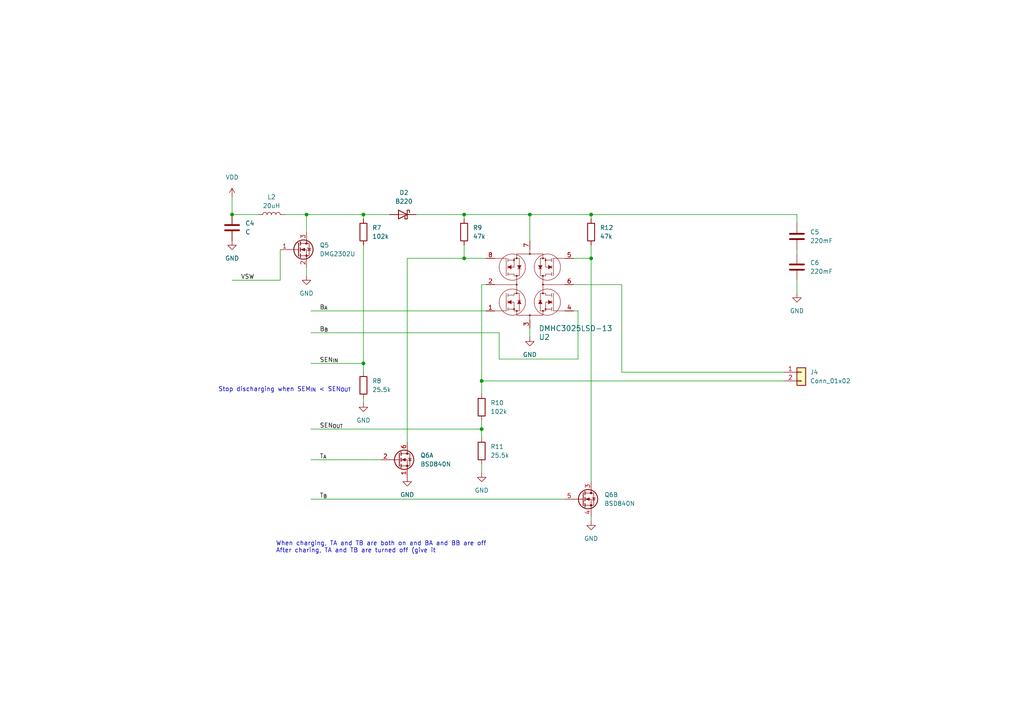
<source format=kicad_sch>
(kicad_sch (version 20250114) (generator "eeschema") (generator_version "9.0")
  (paper "A4")
  (lib_symbols
    (symbol "Connector_Generic:Conn_01x02" (pin_names (offset 1.016) (hide yes))
      (property "Reference" "J" (at 0 2.54 0))
      (property "Value" "Conn_01x02" (at 0 -5.08 0))
      (symbol "Conn_01x02_1_1"
        (rectangle (start -1.27 1.27) (end 1.27 -3.81) (stroke (width 0.254)) (fill (type background)))
        (rectangle (start -1.27 0.127) (end 0 -0.127) (stroke (width 0.1524)))
        (rectangle (start -1.27 -2.413) (end 0 -2.667) (stroke (width 0.1524)))
        (pin passive line (at -5.08 0 0) (length 3.81) (name "Pin_1") (number "1"))
        (pin passive line (at -5.08 -2.54 0) (length 3.81) (name "Pin_2") (number "2"))
      )
    )
    (symbol "Device:C" (pin_numbers (hide yes)) (pin_names (offset 0.254))
      (property "Reference" "C" (at 0.635 2.54 0))
      (property "Value" "C" (at 0.635 -2.54 0))
      (symbol "C_0_1"
        (polyline (pts (xy -2.032 0.762) (xy 2.032 0.762)) (stroke (width 0.508)))
        (polyline (pts (xy -2.032 -0.762) (xy 2.032 -0.762)) (stroke (width 0.508)))
      )
      (symbol "C_1_1"
        (pin passive line (at 0 3.81 270) (length 2.794) (name "~") (number "1"))
        (pin passive line (at 0 -3.81 90) (length 2.794) (name "~") (number "2"))
      )
    )
    (symbol "Device:L" (pin_numbers (hide yes)) (pin_names (offset 1.016) (hide yes))
      (property "Reference" "L" (at -1.27 0 90))
      (property "Value" "L" (at 1.905 0 90))
      (symbol "L_0_1"
        (arc (start 0 2.54) (mid 0.6323 1.905) (end 0 1.27))
        (arc (start 0 1.27) (mid 0.6323 0.635) (end 0 0))
        (arc (start 0 0) (mid 0.6323 -0.635) (end 0 -1.27))
        (arc (start 0 -1.27) (mid 0.6323 -1.905) (end 0 -2.54))
      )
      (symbol "L_1_1"
        (pin passive line (at 0 3.81 270) (length 1.27) (name "1") (number "1"))
        (pin passive line (at 0 -3.81 90) (length 1.27) (name "2") (number "2"))
      )
    )
    (symbol "Device:R" (pin_numbers (hide yes)) (pin_names (offset 0))
      (property "Reference" "R" (at 2.032 0 90))
      (property "Value" "R" (at 0 0 90))
      (symbol "R_0_1"
        (rectangle (start -1.016 -2.54) (end 1.016 2.54) (stroke (width 0.254)))
      )
      (symbol "R_1_1"
        (pin passive line (at 0 3.81 270) (length 1.27) (name "~") (number "1"))
        (pin passive line (at 0 -3.81 90) (length 1.27) (name "~") (number "2"))
      )
    )
    (symbol "Diode:B220" (pin_numbers (hide yes)) (pin_names (offset 1.016) (hide yes))
      (property "Reference" "D" (at 0 2.54 0))
      (property "Value" "B220" (at 0 -2.54 0))
      (symbol "B220_0_1"
        (polyline (pts (xy -1.905 0.635) (xy -1.905 1.27) (xy -1.27 1.27) (xy -1.27 -1.27) (xy -0.635 -1.27) (xy -0.635 -0.635)) (stroke (width 0.254)))
        (polyline (pts (xy 1.27 1.27) (xy 1.27 -1.27) (xy -1.27 0) (xy 1.27 1.27)) (stroke (width 0.254)))
        (polyline (pts (xy 1.27 0) (xy -1.27 0)))
      )
      (symbol "B220_1_1"
        (pin passive line (at -3.81 0 0) (length 2.54) (name "K") (number "1"))
        (pin passive line (at 3.81 0 180) (length 2.54) (name "A") (number "2"))
      )
    )
    (symbol "Transistor_FET:BSD840N" (pin_names (hide yes))
      (property "Reference" "Q" (at 5.08 1.905 0))
      (property "Value" "BSD840N" (at 5.08 0 0))
      (symbol "BSD840N_0_1"
        (polyline (pts (xy 0.254 1.905) (xy 0.254 -1.905)) (stroke (width 0.254)))
        (polyline (pts (xy 0.254 0) (xy -2.54 0)))
        (polyline (pts (xy 0.762 2.286) (xy 0.762 1.27)) (stroke (width 0.254)))
        (polyline (pts (xy 0.762 0.508) (xy 0.762 -0.508)) (stroke (width 0.254)))
        (polyline (pts (xy 0.762 -1.27) (xy 0.762 -2.286)) (stroke (width 0.254)))
        (polyline (pts (xy 0.762 -1.778) (xy 3.302 -1.778) (xy 3.302 1.778) (xy 0.762 1.778)))
        (polyline (pts (xy 1.016 0) (xy 2.032 0.381) (xy 2.032 -0.381) (xy 1.016 0)) (fill (type outline)))
        (circle (center 1.651 0) (radius 2.794) (stroke (width 0.254)))
        (polyline (pts (xy 2.54 2.54) (xy 2.54 1.778)))
        (circle (center 2.54 1.778) (radius 0.254) (fill (type outline)))
        (circle (center 2.54 -1.778) (radius 0.254) (fill (type outline)))
        (polyline (pts (xy 2.54 -2.54) (xy 2.54 0) (xy 0.762 0)))
        (polyline (pts (xy 2.794 0.508) (xy 2.921 0.381) (xy 3.683 0.381) (xy 3.81 0.254)))
        (polyline (pts (xy 3.302 0.381) (xy 2.921 -0.254) (xy 3.683 -0.254) (xy 3.302 0.381)))
      )
      (symbol "BSD840N_1_1"
        (pin passive line (at -5.08 0 0) (length 2.54) (name "G") (number "2"))
        (pin passive line (at 2.54 5.08 270) (length 2.54) (name "D") (number "6"))
        (pin passive line (at 2.54 -5.08 90) (length 2.54) (name "S") (number "1"))
      )
      (symbol "BSD840N_2_1"
        (pin passive line (at -5.08 0 0) (length 2.54) (name "G") (number "5"))
        (pin passive line (at 2.54 5.08 270) (length 2.54) (name "D") (number "3"))
        (pin passive line (at 2.54 -5.08 90) (length 2.54) (name "S") (number "4"))
      )
    )
    (symbol "Transistor_FET:DMG2302U" (pin_names (hide yes))
      (property "Reference" "Q" (at 5.08 1.905 0))
      (property "Value" "DMG2302U" (at 5.08 0 0))
      (symbol "DMG2302U_0_1"
        (polyline (pts (xy 0.254 1.905) (xy 0.254 -1.905)) (stroke (width 0.254)))
        (polyline (pts (xy 0.254 0) (xy -2.54 0)))
        (polyline (pts (xy 0.762 2.286) (xy 0.762 1.27)) (stroke (width 0.254)))
        (polyline (pts (xy 0.762 0.508) (xy 0.762 -0.508)) (stroke (width 0.254)))
        (polyline (pts (xy 0.762 -1.27) (xy 0.762 -2.286)) (stroke (width 0.254)))
        (polyline (pts (xy 0.762 -1.778) (xy 3.302 -1.778) (xy 3.302 1.778) (xy 0.762 1.778)))
        (polyline (pts (xy 1.016 0) (xy 2.032 0.381) (xy 2.032 -0.381) (xy 1.016 0)) (fill (type outline)))
        (circle (center 1.651 0) (radius 2.794) (stroke (width 0.254)))
        (polyline (pts (xy 2.54 2.54) (xy 2.54 1.778)))
        (circle (center 2.54 1.778) (radius 0.254) (fill (type outline)))
        (circle (center 2.54 -1.778) (radius 0.254) (fill (type outline)))
        (polyline (pts (xy 2.54 -2.54) (xy 2.54 0) (xy 0.762 0)))
        (polyline (pts (xy 2.794 0.508) (xy 2.921 0.381) (xy 3.683 0.381) (xy 3.81 0.254)))
        (polyline (pts (xy 3.302 0.381) (xy 2.921 -0.254) (xy 3.683 -0.254) (xy 3.302 0.381)))
      )
      (symbol "DMG2302U_1_1"
        (pin input line (at -5.08 0 0) (length 2.54) (name "G") (number "1"))
        (pin passive line (at 2.54 5.08 270) (length 2.54) (name "D") (number "3"))
        (pin passive line (at 2.54 -5.08 90) (length 2.54) (name "S") (number "2"))
      )
    )
    (symbol "XTR:DMHC3025LSD-13" (pin_names (offset 0.254) (hide yes))
      (property "Reference" "Q" (at 12.7 10.16 0))
      (property "Value" "DMHC3025LSD-13" (at 28.702 4.064 0))
      (symbol "DMHC3025LSD-13_0_1"
        (polyline (pts (xy 2.54 -7.62) (xy 8.89 -7.62)) (stroke (width 0.127)))
        (polyline (pts (xy 2.54 -15.24) (xy 5.842 -15.24)) (stroke (width 0.127)))
        (polyline (pts (xy 5.842 0) (xy 2.54 0)) (stroke (width 0.127)))
        (polyline (pts (xy 5.842 0) (xy 5.842 -5.08)) (stroke (width 0.127)))
        (polyline (pts (xy 5.842 -15.24) (xy 5.842 -10.16)) (stroke (width 0.127)))
        (polyline (pts (xy 6.35 0) (xy 6.35 -1.016)) (stroke (width 0.127)))
        (polyline (pts (xy 6.35 -0.508) (xy 8.128 -0.508)) (stroke (width 0.127)))
        (polyline (pts (xy 6.35 -2.032) (xy 6.35 -3.048)) (stroke (width 0.127)))
        (polyline (pts (xy 6.35 -4.064) (xy 6.35 -5.08)) (stroke (width 0.127)))
        (polyline (pts (xy 6.35 -4.572) (xy 8.128 -4.572)) (stroke (width 0.127)))
        (polyline (pts (xy 6.35 -10.668) (xy 8.128 -10.668)) (stroke (width 0.127)))
        (polyline (pts (xy 6.35 -11.176) (xy 6.35 -10.16)) (stroke (width 0.127)))
        (polyline (pts (xy 6.35 -13.208) (xy 6.35 -12.192)) (stroke (width 0.127)))
        (polyline (pts (xy 6.35 -14.732) (xy 8.128 -14.732)) (stroke (width 0.127)))
        (polyline (pts (xy 6.35 -15.24) (xy 6.35 -14.224)) (stroke (width 0.127)))
        (polyline (pts (xy 7.366 -2.54) (xy 8.128 -2.54)) (stroke (width 0.127)))
        (polyline (pts (xy 7.366 -3.048) (xy 6.35 -2.54) (xy 7.366 -2.032)) (fill (type outline)))
        (polyline (pts (xy 7.366 -12.192) (xy 6.35 -12.7) (xy 7.366 -13.208)) (fill (type outline)))
        (polyline (pts (xy 7.366 -12.7) (xy 8.128 -12.7)) (stroke (width 0.127)))
        (circle (center 7.62 -2.54) (radius 3.81) (stroke (width 0.127)))
        (circle (center 7.62 -12.7) (radius 3.81) (stroke (width 0.127)))
        (polyline (pts (xy 8.128 0) (xy 8.128 -2.54)) (stroke (width 0.127)))
        (polyline (pts (xy 8.128 0) (xy 9.652 0)) (stroke (width 0.127)))
        (circle (center 8.128 -0.508) (radius 0.127) (stroke (width 0.254)))
        (polyline (pts (xy 8.128 -4.572) (xy 8.128 -5.08)) (stroke (width 0.127)))
        (polyline (pts (xy 8.128 -5.08) (xy 9.652 -5.08)) (stroke (width 0.127)))
        (polyline (pts (xy 8.128 -10.16) (xy 9.652 -10.16)) (stroke (width 0.127)))
        (polyline (pts (xy 8.128 -10.668) (xy 8.128 -10.16)) (stroke (width 0.127)))
        (circle (center 8.128 -14.732) (radius 0.127) (stroke (width 0.254)))
        (polyline (pts (xy 8.128 -15.24) (xy 8.128 -12.7)) (stroke (width 0.127)))
        (polyline (pts (xy 8.128 -15.24) (xy 9.652 -15.24)) (stroke (width 0.127)))
        (polyline (pts (xy 8.89 1.27) (xy 16.51 1.27)) (stroke (width 0.127)))
        (polyline (pts (xy 8.89 0) (xy 8.89 1.27)) (stroke (width 0.127)))
        (circle (center 8.89 0) (radius 0.127) (stroke (width 0.254)))
        (polyline (pts (xy 8.89 -5.08) (xy 8.89 -10.16)) (stroke (width 0.127)))
        (circle (center 8.89 -5.08) (radius 0.127) (stroke (width 0.254)))
        (circle (center 8.89 -7.62) (radius 0.127) (stroke (width 0.254)))
        (circle (center 8.89 -10.16) (radius 0.127) (stroke (width 0.254)))
        (polyline (pts (xy 8.89 -15.24) (xy 8.89 -16.51)) (stroke (width 0.127)))
        (circle (center 8.89 -15.24) (radius 0.127) (stroke (width 0.254)))
        (polyline (pts (xy 8.89 -16.51) (xy 16.51 -16.51)) (stroke (width 0.127)))
        (polyline (pts (xy 9.652 0) (xy 9.652 -2.032)) (stroke (width 0.127)))
        (polyline (pts (xy 9.652 -3.048) (xy 9.652 -5.08)) (stroke (width 0.127)))
        (polyline (pts (xy 9.652 -12.192) (xy 9.652 -10.16)) (stroke (width 0.127)))
        (polyline (pts (xy 9.652 -15.24) (xy 9.652 -13.208)) (stroke (width 0.127)))
        (polyline (pts (xy 10.16 -2.032) (xy 9.652 -3.048) (xy 9.144 -2.032)) (fill (type outline)))
        (polyline (pts (xy 10.16 -3.048) (xy 9.144 -3.048)) (stroke (width 0.127)))
        (polyline (pts (xy 10.16 -12.192) (xy 9.144 -12.192)) (stroke (width 0.127)))
        (polyline (pts (xy 10.16 -13.208) (xy 9.652 -12.192) (xy 9.144 -13.208)) (fill (type outline)))
        (polyline (pts (xy 12.7 1.27) (xy 12.7 2.54)) (stroke (width 0.127)))
        (circle (center 12.7 1.27) (radius 0.127) (stroke (width 0.254)))
        (circle (center 12.7 -16.51) (radius 0.127) (stroke (width 0.254)))
        (polyline (pts (xy 12.7 -17.78) (xy 12.7 -16.51)) (stroke (width 0.127)))
        (polyline (pts (xy 15.24 -2.032) (xy 15.748 -3.048) (xy 16.256 -2.032)) (fill (type outline)))
        (polyline (pts (xy 15.24 -3.048) (xy 16.256 -3.048)) (stroke (width 0.127)))
        (polyline (pts (xy 15.24 -12.192) (xy 16.256 -12.192)) (stroke (width 0.127)))
        (polyline (pts (xy 15.24 -13.208) (xy 15.748 -12.192) (xy 16.256 -13.208)) (fill (type outline)))
        (polyline (pts (xy 15.748 0) (xy 15.748 -2.032)) (stroke (width 0.127)))
        (polyline (pts (xy 15.748 -3.048) (xy 15.748 -5.08)) (stroke (width 0.127)))
        (polyline (pts (xy 15.748 -12.192) (xy 15.748 -10.16)) (stroke (width 0.127)))
        (polyline (pts (xy 15.748 -15.24) (xy 15.748 -13.208)) (stroke (width 0.127)))
        (polyline (pts (xy 16.51 1.27) (xy 16.51 0)) (stroke (width 0.127)))
        (circle (center 16.51 0) (radius 0.127) (stroke (width 0.254)))
        (polyline (pts (xy 16.51 -5.08) (xy 16.51 -10.16)) (stroke (width 0.127)))
        (circle (center 16.51 -5.08) (radius 0.127) (stroke (width 0.254)))
        (circle (center 16.51 -7.62) (radius 0.127) (stroke (width 0.254)))
        (circle (center 16.51 -10.16) (radius 0.127) (stroke (width 0.254)))
        (circle (center 16.51 -15.24) (radius 0.127) (stroke (width 0.254)))
        (polyline (pts (xy 16.51 -16.51) (xy 16.51 -15.24)) (stroke (width 0.127)))
        (polyline (pts (xy 17.272 0) (xy 15.748 0)) (stroke (width 0.127)))
        (polyline (pts (xy 17.272 0) (xy 17.272 -2.54)) (stroke (width 0.127)))
        (circle (center 17.272 -0.508) (radius 0.127) (stroke (width 0.254)))
        (polyline (pts (xy 17.272 -4.572) (xy 17.272 -5.08)) (stroke (width 0.127)))
        (polyline (pts (xy 17.272 -5.08) (xy 15.748 -5.08)) (stroke (width 0.127)))
        (polyline (pts (xy 17.272 -10.16) (xy 15.748 -10.16)) (stroke (width 0.127)))
        (polyline (pts (xy 17.272 -10.668) (xy 17.272 -10.16)) (stroke (width 0.127)))
        (circle (center 17.272 -14.732) (radius 0.127) (stroke (width 0.254)))
        (polyline (pts (xy 17.272 -15.24) (xy 15.748 -15.24)) (stroke (width 0.127)))
        (polyline (pts (xy 17.272 -15.24) (xy 17.272 -12.7)) (stroke (width 0.127)))
        (circle (center 17.78 -2.54) (radius 3.81) (stroke (width 0.127)))
        (circle (center 17.78 -12.7) (radius 3.81) (stroke (width 0.127)))
        (polyline (pts (xy 18.034 -2.54) (xy 17.272 -2.54)) (stroke (width 0.127)))
        (polyline (pts (xy 18.034 -3.048) (xy 19.05 -2.54) (xy 18.034 -2.032)) (fill (type outline)))
        (polyline (pts (xy 18.034 -12.192) (xy 19.05 -12.7) (xy 18.034 -13.208)) (fill (type outline)))
        (polyline (pts (xy 18.034 -12.7) (xy 17.272 -12.7)) (stroke (width 0.127)))
        (polyline (pts (xy 19.05 0) (xy 19.05 -1.016)) (stroke (width 0.127)))
        (polyline (pts (xy 19.05 -0.508) (xy 17.272 -0.508)) (stroke (width 0.127)))
        (polyline (pts (xy 19.05 -2.032) (xy 19.05 -3.048)) (stroke (width 0.127)))
        (polyline (pts (xy 19.05 -4.064) (xy 19.05 -5.08)) (stroke (width 0.127)))
        (polyline (pts (xy 19.05 -4.572) (xy 17.272 -4.572)) (stroke (width 0.127)))
        (polyline (pts (xy 19.05 -10.668) (xy 17.272 -10.668)) (stroke (width 0.127)))
        (polyline (pts (xy 19.05 -11.176) (xy 19.05 -10.16)) (stroke (width 0.127)))
        (polyline (pts (xy 19.05 -13.208) (xy 19.05 -12.192)) (stroke (width 0.127)))
        (polyline (pts (xy 19.05 -14.732) (xy 17.272 -14.732)) (stroke (width 0.127)))
        (polyline (pts (xy 19.05 -15.24) (xy 19.05 -14.224)) (stroke (width 0.127)))
        (polyline (pts (xy 19.558 0) (xy 19.558 -5.08)) (stroke (width 0.127)))
        (polyline (pts (xy 19.558 0) (xy 22.86 0)) (stroke (width 0.127)))
        (polyline (pts (xy 19.558 -15.24) (xy 19.558 -10.16)) (stroke (width 0.127)))
        (polyline (pts (xy 22.86 -7.62) (xy 16.51 -7.62)) (stroke (width 0.127)))
        (polyline (pts (xy 22.86 -15.24) (xy 19.558 -15.24)) (stroke (width 0.127)))
      )
      (symbol "DMHC3025LSD-13_1_1"
        (pin input line (at 0 0 0) (length 2.54) (name "8") (number "8"))
        (pin passive line (at 0 -7.62 0) (length 2.54) (name "2") (number "2"))
        (pin input line (at 0 -15.24 0) (length 2.54) (name "1") (number "1"))
        (pin passive line (at 12.7 5.08 270) (length 2.54) (name "7") (number "7"))
        (pin passive line (at 12.7 -20.32 90) (length 2.54) (name "3") (number "3"))
        (pin input line (at 25.4 0 180) (length 2.54) (name "5") (number "5"))
        (pin passive line (at 25.4 -7.62 180) (length 2.54) (name "6") (number "6"))
        (pin input line (at 25.4 -15.24 180) (length 2.54) (name "4") (number "4"))
      )
    )
    (symbol "power:GND" (power) (pin_names (offset 0))
      (property "Value" "GND" (at 0 -3.81 0))
      (symbol "GND_0_1"
        (polyline (pts (xy 0 0) (xy 0 -1.27) (xy 1.27 -1.27) (xy 0 -2.54) (xy -1.27 -1.27) (xy 0 -1.27)))
      )
      (symbol "GND_1_1"
        (pin power_in line (at 0 0 270) (length 0) (hide yes) (name "GND") (number "1"))
      )
    )
    (symbol "power:VDD" (power) (pin_names (offset 0))
      (property "Value" "VDD" (at 0 3.81 0))
      (symbol "VDD_0_1"
        (polyline (pts (xy -0.762 1.27) (xy 0 2.54)))
        (polyline (pts (xy 0 2.54) (xy 0.762 1.27)))
        (polyline (pts (xy 0 0) (xy 0 2.54)))
      )
      (symbol "VDD_1_1"
        (pin power_in line (at 0 0 90) (length 0) (hide yes) (name "VDD") (number "1"))
      )
    )
  )
  (text "When charging, TA and TB are both on and BA and BB are off\nAfter charing, TA and TB are turned off (give it " (at 80.01 158.75 0) (effects (font (size 1.27 1.27)) (justify left)))
  (text "Stop discharging when SEM_{IN} < SEN_{OUT}" (at 82.55 113.03 0) (effects (font (size 1.27 1.27))))
  (junction (at 171.45 62.23))
  (junction (at 134.62 74.93))
  (junction (at 153.67 62.23))
  (junction (at 139.7 124.46))
  (junction (at 105.41 105.41))
  (junction (at 139.7 110.49))
  (junction (at 88.9 62.23))
  (junction (at 171.45 74.93))
  (junction (at 134.62 62.23))
  (junction (at 105.41 62.23))
  (junction (at 67.31 62.23))
  (wire (pts (xy 139.7 82.55) (xy 139.7 110.49)))
  (wire (pts (xy 134.62 62.23) (xy 134.62 63.5)))
  (wire (pts (xy 153.67 62.23) (xy 171.45 62.23)))
  (wire (pts (xy 144.78 104.14) (xy 144.78 96.52)))
  (wire (pts (xy 90.17 96.52) (xy 144.78 96.52)))
  (wire (pts (xy 120.65 62.23) (xy 134.62 62.23)))
  (wire (pts (xy 180.34 107.95) (xy 180.34 82.55)))
  (wire (pts (xy 105.41 62.23) (xy 105.41 63.5)))
  (wire (pts (xy 166.37 90.17) (xy 167.64 90.17)))
  (wire (pts (xy 153.67 95.25) (xy 153.67 97.79)))
  (wire (pts (xy 171.45 62.23) (xy 231.14 62.23)))
  (wire (pts (xy 171.45 74.93) (xy 171.45 139.7)))
  (wire (pts (xy 105.41 115.57) (xy 105.41 116.84)))
  (wire (pts (xy 67.31 62.23) (xy 74.93 62.23)))
  (wire (pts (xy 105.41 105.41) (xy 105.41 107.95)))
  (wire (pts (xy 81.28 72.39) (xy 81.28 81.28)))
  (wire (pts (xy 171.45 71.12) (xy 171.45 74.93)))
  (wire (pts (xy 90.17 105.41) (xy 105.41 105.41)))
  (wire (pts (xy 105.41 71.12) (xy 105.41 105.41)))
  (wire (pts (xy 88.9 62.23) (xy 88.9 67.31)))
  (wire (pts (xy 90.17 90.17) (xy 140.97 90.17)))
  (wire (pts (xy 88.9 62.23) (xy 105.41 62.23)))
  (wire (pts (xy 118.11 74.93) (xy 134.62 74.93)))
  (wire (pts (xy 90.17 124.46) (xy 139.7 124.46)))
  (wire (pts (xy 180.34 107.95) (xy 227.33 107.95)))
  (wire (pts (xy 82.55 62.23) (xy 88.9 62.23)))
  (wire (pts (xy 139.7 124.46) (xy 139.7 127)))
  (wire (pts (xy 139.7 110.49) (xy 227.33 110.49)))
  (wire (pts (xy 171.45 62.23) (xy 171.45 63.5)))
  (wire (pts (xy 231.14 81.28) (xy 231.14 85.09)))
  (wire (pts (xy 134.62 62.23) (xy 153.67 62.23)))
  (wire (pts (xy 118.11 74.93) (xy 118.11 128.27)))
  (wire (pts (xy 105.41 62.23) (xy 113.03 62.23)))
  (wire (pts (xy 153.67 62.23) (xy 153.67 69.85)))
  (wire (pts (xy 139.7 134.62) (xy 139.7 137.16)))
  (wire (pts (xy 67.31 81.28) (xy 81.28 81.28)))
  (wire (pts (xy 67.31 57.15) (xy 67.31 62.23)))
  (wire (pts (xy 90.17 144.78) (xy 163.83 144.78)))
  (wire (pts (xy 90.17 133.35) (xy 110.49 133.35)))
  (wire (pts (xy 134.62 71.12) (xy 134.62 74.93)))
  (wire (pts (xy 231.14 72.39) (xy 231.14 73.66)))
  (wire (pts (xy 134.62 74.93) (xy 140.97 74.93)))
  (wire (pts (xy 140.97 82.55) (xy 139.7 82.55)))
  (wire (pts (xy 171.45 149.86) (xy 171.45 151.13)))
  (wire (pts (xy 180.34 82.55) (xy 166.37 82.55)))
  (wire (pts (xy 231.14 62.23) (xy 231.14 64.77)))
  (wire (pts (xy 167.64 104.14) (xy 144.78 104.14)))
  (wire (pts (xy 139.7 121.92) (xy 139.7 124.46)))
  (wire (pts (xy 139.7 110.49) (xy 139.7 114.3)))
  (wire (pts (xy 166.37 74.93) (xy 171.45 74.93)))
  (wire (pts (xy 167.64 90.17) (xy 167.64 104.14)))
  (wire (pts (xy 88.9 77.47) (xy 88.9 80.01)))
  (label "SEN_{OUT}" (at 92.71 124.46 0))
  (label "SEN_{IN}" (at 92.71 105.41 0))
  (label "B_{A}" (at 92.71 90.17 0))
  (label "VSW" (at 69.85 81.28 0))
  (label "B_{B}" (at 92.71 96.52 0))
  (label "T_{B}" (at 92.71 144.78 0))
  (label "T_{A}" (at 92.71 133.35 0))
  (symbol (lib_id "Device:L") (at 78.74 62.23 90) (unit 1)
    (property "Reference" "L2" (at 78.74 57.15 90))
    (property "Value" "20uH" (at 78.74 59.69 90))
    (property "Description" "Inductor" (effects (hide yes)))
  )
  (symbol (lib_id "power:GND") (at 88.9 80.01 0) (unit 1)
    (property "Reference" "#PWR04" (effects (hide yes)))
    (property "Value" "GND" (at 88.9 85.09 0))
    (property "Description" "Power symbol creates a global label with name \"GND\" , ground" (effects (hide yes)))
  )
  (symbol (lib_id "Device:R") (at 171.45 67.31 0) (unit 1)
    (property "Reference" "R12" (at 173.99 66.0399 0) (effects (justify left)))
    (property "Value" "47k" (at 173.99 68.5799 0) (effects (justify left)))
    (property "Description" "Resistor" (effects (hide yes)))
  )
  (symbol (lib_id "Device:R") (at 105.41 111.76 0) (unit 1)
    (property "Reference" "R8" (at 107.95 110.4899 0) (effects (justify left)))
    (property "Value" "25.5k" (at 107.95 113.0299 0) (effects (justify left)))
    (property "Description" "Resistor" (effects (hide yes)))
  )
  (symbol (lib_id "power:GND") (at 153.67 97.79 0) (unit 1)
    (property "Reference" "#PWR015" (effects (hide yes)))
    (property "Value" "GND" (at 153.67 102.87 0))
    (property "Description" "Power symbol creates a global label with name \"GND\" , ground" (effects (hide yes)))
  )
  (symbol (lib_id "Device:R") (at 139.7 118.11 0) (unit 1)
    (property "Reference" "R10" (at 142.24 116.8399 0) (effects (justify left)))
    (property "Value" "102k" (at 142.24 119.3799 0) (effects (justify left)))
    (property "Description" "Resistor" (effects (hide yes)))
  )
  (symbol (lib_id "power:VDD") (at 67.31 57.15 0) (unit 1)
    (property "Reference" "#PWR0113" (effects (hide yes)))
    (property "Value" "VDD" (at 67.31 51.435 0))
  )
  (symbol (lib_id "Device:C") (at 231.14 68.58 0) (unit 1)
    (property "Reference" "C5" (at 234.95 67.3099 0) (effects (justify left)))
    (property "Value" "220mF" (at 234.95 69.8499 0) (effects (justify left)))
    (property "Description" "Unpolarized capacitor" (effects (hide yes)))
  )
  (symbol (lib_id "power:GND") (at 105.41 116.84 0) (unit 1)
    (property "Reference" "#PWR012" (effects (hide yes)))
    (property "Value" "GND" (at 105.41 121.92 0))
    (property "Description" "Power symbol creates a global label with name \"GND\" , ground" (effects (hide yes)))
  )
  (symbol (lib_id "Device:C") (at 231.14 77.47 0) (unit 1)
    (property "Reference" "C6" (at 234.95 76.1999 0) (effects (justify left)))
    (property "Value" "220mF" (at 234.95 78.7399 0) (effects (justify left)))
    (property "Description" "Unpolarized capacitor" (effects (hide yes)))
  )
  (symbol (lib_id "Transistor_FET:BSD840N") (at 115.57 133.35 0) (unit 1)
    (property "Reference" "Q6" (at 121.92 132.0799 0) (effects (justify left)))
    (property "Value" "BSD840N" (at 121.92 134.6199 0) (effects (justify left)))
    (property "Footprint" "Package_TO_SOT_SMD:SOT-363_SC-70-6" (effects (hide yes)))
    (property "Datasheet" "https://www.infineon.com/dgdl/BSD840N_Rev2%204.pdf?fileId=db3a30431b0626df011b12b4486c7c02" (effects (hide yes)))
    (property "Description" "0.88A Id, 20V Vds, Dual N-Channel MOSFET, 560mOhm Ron at 1.8V Vgs (ultra logic level), SOT-363" (effects (hide yes)))
  )
  (symbol (lib_id "Device:R") (at 139.7 130.81 0) (unit 1)
    (property "Reference" "R11" (at 142.24 129.5399 0) (effects (justify left)))
    (property "Value" "25.5k" (at 142.24 132.0799 0) (effects (justify left)))
    (property "Description" "Resistor" (effects (hide yes)))
  )
  (symbol (lib_id "power:GND") (at 67.31 69.85 0) (unit 1)
    (property "Reference" "#PWR011" (effects (hide yes)))
    (property "Value" "GND" (at 67.31 74.93 0))
    (property "Description" "Power symbol creates a global label with name \"GND\" , ground" (effects (hide yes)))
  )
  (symbol (lib_id "Device:C") (at 67.31 66.04 0) (unit 1)
    (property "Reference" "C4" (at 71.12 64.7699 0) (effects (justify left)))
    (property "Value" "C" (at 71.12 67.3099 0) (effects (justify left)))
    (property "Description" "Unpolarized capacitor" (effects (hide yes)))
  )
  (symbol (lib_id "Device:R") (at 134.62 67.31 0) (unit 1)
    (property "Reference" "R9" (at 137.16 66.0399 0) (effects (justify left)))
    (property "Value" "47k" (at 137.16 68.5799 0) (effects (justify left)))
    (property "Description" "Resistor" (effects (hide yes)))
  )
  (symbol (lib_id "power:GND") (at 231.14 85.09 0) (unit 1)
    (property "Reference" "#PWR017" (effects (hide yes)))
    (property "Value" "GND" (at 231.14 90.17 0))
    (property "Description" "Power symbol creates a global label with name \"GND\" , ground" (effects (hide yes)))
  )
  (symbol (lib_id "Diode:B220") (at 116.84 62.23 0) (mirror y) (unit 1)
    (property "Reference" "D2" (at 117.1575 55.88 0))
    (property "Value" "B220" (at 117.1575 58.42 0))
    (property "Footprint" "Diode_SMD:D_SMB" (effects (hide yes)))
    (property "Datasheet" "http://www.jameco.com/Jameco/Products/ProdDS/1538777.pdf" (effects (hide yes)))
    (property "Description" "20V 2A Schottky Barrier Rectifier Diode, SMB" (effects (hide yes)))
  )
  (symbol (lib_id "power:GND") (at 139.7 137.16 0) (unit 1)
    (property "Reference" "#PWR014" (effects (hide yes)))
    (property "Value" "GND" (at 139.7 142.24 0))
    (property "Description" "Power symbol creates a global label with name \"GND\" , ground" (effects (hide yes)))
  )
  (symbol (lib_id "Connector_Generic:Conn_01x02") (at 232.41 107.95 0) (unit 1)
    (property "Reference" "J4" (at 234.95 107.9499 0) (effects (justify left)))
    (property "Value" "Conn_01x02" (at 234.95 110.4899 0) (effects (justify left)))
    (property "Description" "Generic connector, single row, 01x02, script generated (kicad-library-utils/schlib/autogen/connector/)" (effects (hide yes)))
  )
  (symbol (lib_id "Transistor_FET:BSD840N") (at 168.91 144.78 0) (unit 2)
    (property "Reference" "Q6" (at 175.26 143.5099 0) (effects (justify left)))
    (property "Value" "BSD840N" (at 175.26 146.0499 0) (effects (justify left)))
    (property "Footprint" "Package_TO_SOT_SMD:SOT-363_SC-70-6" (effects (hide yes)))
    (property "Datasheet" "https://www.infineon.com/dgdl/BSD840N_Rev2%204.pdf?fileId=db3a30431b0626df011b12b4486c7c02" (effects (hide yes)))
    (property "Description" "0.88A Id, 20V Vds, Dual N-Channel MOSFET, 560mOhm Ron at 1.8V Vgs (ultra logic level), SOT-363" (effects (hide yes)))
  )
  (symbol (lib_id "power:GND") (at 171.45 151.13 0) (unit 1)
    (property "Reference" "#PWR016" (effects (hide yes)))
    (property "Value" "GND" (at 171.45 156.21 0))
    (property "Description" "Power symbol creates a global label with name \"GND\" , ground" (effects (hide yes)))
  )
  (symbol (lib_id "XTR:DMHC3025LSD-13") (at 140.97 74.93 0) (unit 1)
    (property "Reference" "U2" (at 156.21 97.79 0) (effects (font (size 1.524 1.524)) (justify left)))
    (property "Value" "DMHC3025LSD-13" (at 156.21 95.25 0) (effects (font (size 1.524 1.524)) (justify left)))
    (property "Footprint" "soic127p610x495-8n" (effects (hide yes)))
    (property "Datasheet" "https://www.diodes.com/assets/Datasheets/DMHC3025LSD.pdf" (effects (hide yes)))
    (property "Description" "Dual N/P Channel 30 V 25 mO 11.7 nC H-Bridge Power Mosfet - SOIC-8" (effects (hide yes)))
  )
  (symbol (lib_id "power:GND") (at 118.11 138.43 0) (unit 1)
    (property "Reference" "#PWR013" (effects (hide yes)))
    (property "Value" "GND" (at 118.11 143.51 0))
    (property "Description" "Power symbol creates a global label with name \"GND\" , ground" (effects (hide yes)))
  )
  (symbol (lib_id "Transistor_FET:DMG2302U") (at 86.36 72.39 0) (unit 1)
    (property "Reference" "Q5" (at 92.71 71.1199 0) (effects (justify left)))
    (property "Value" "DMG2302U" (at 92.71 73.6599 0) (effects (justify left)))
    (property "Footprint" "Package_TO_SOT_SMD:SOT-23" (effects (hide yes)))
    (property "Datasheet" "http://www.diodes.com/assets/Datasheets/DMG2302U.pdf" (effects (hide yes)))
    (property "Description" "4.2A Id, 20V Vds, N-Channel MOSFET, SOT-23" (effects (hide yes)))
  )
  (symbol (lib_id "Device:R") (at 105.41 67.31 0) (unit 1)
    (property "Reference" "R7" (at 107.95 66.0399 0) (effects (justify left)))
    (property "Value" "102k" (at 107.95 68.5799 0) (effects (justify left)))
    (property "Description" "Resistor" (effects (hide yes)))
  )
)
</source>
